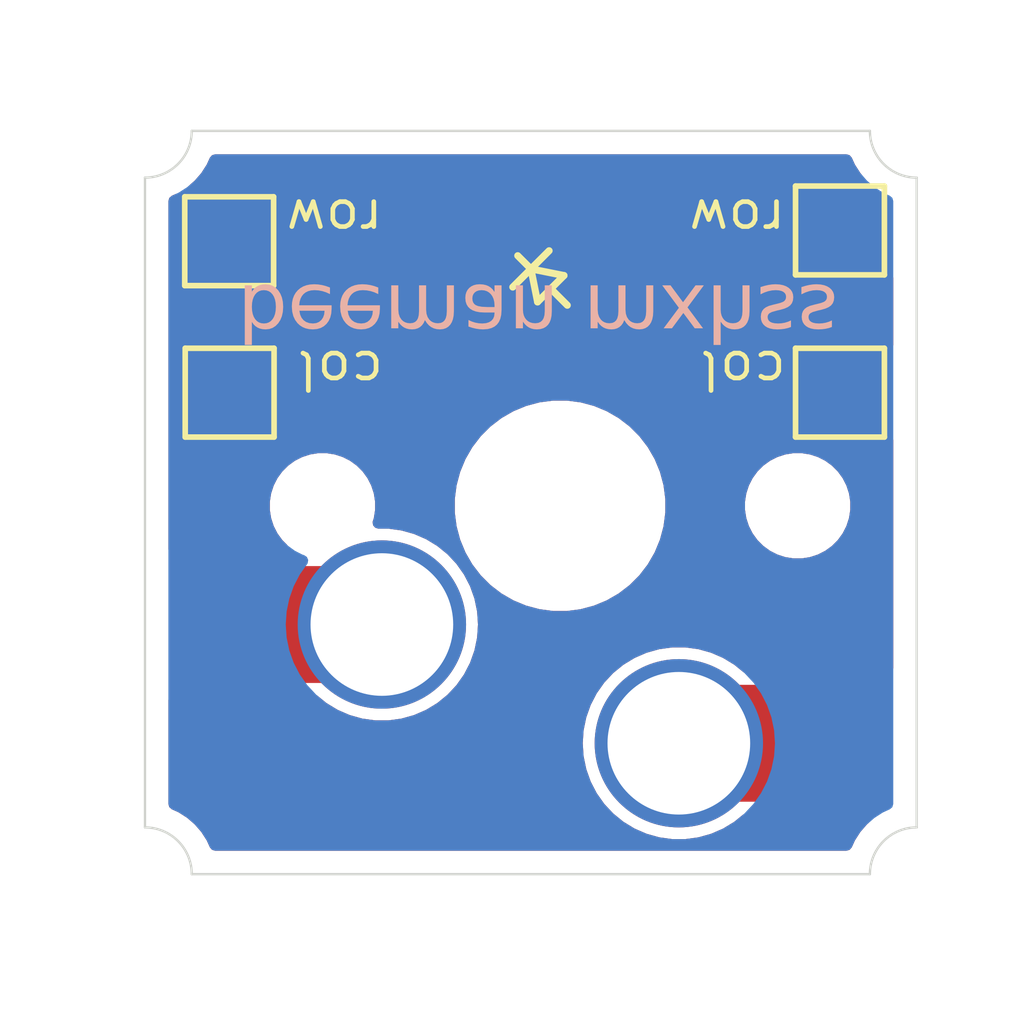
<source format=kicad_pcb>
(kicad_pcb (version 20240108) (generator "pcbnew") (generator_version "8.0")
  (layers (0 "F.Cu" signal) (31 "B.Cu" signal) (34 "B.Paste" user) (35 "F.Paste" user) (36 "B.SilkS" user "B.Silkscreen") (37 "F.SilkS" user "F.Silkscreen") (38 "B.Mask" user) (39 "F.Mask" user) (44 "Edge.Cuts" user))
  (net 0 "")
  (net 1 "Net-(D1-A)")
  (net 2 "col")
  (net 3 "row")
  (footprint "ScottoKeebs_Scotto:MX_Hotswap_1.00u" (layer "F.Cu") (at 115.34 64.23)
    (property "Reference" "S1" (hide yes))
    (property "Value" "Keyswitch")
    (pad "" np_thru_hole circle (at -4.445 -3.81 180) (size 1.75 1.75) (drill 1.75) (layers "F&B.Cu" "*.Mask") (clearance 0.1))
    (pad "" np_thru_hole circle (at 0.635 -3.81 180) (size 4 4) (drill 4) (layers "*.Cu" "*.Mask"))
    (pad "" np_thru_hole circle (at 5.715 -3.81 180) (size 1.75 1.75) (drill 1.75) (layers "*.Cu" "*.Mask"))
    (pad "1" smd roundrect (at -5.95 -1.27 180) (size 3.55 2.5) (layers "F.Cu") (roundrect_rratio 0.1) (net 3 "row"))
    (pad "1" thru_hole circle (at -3.175 -1.27 180) (size 3.6 3.6) (drill 3.05) (layers "*.Cu" "*.Mask") (net 3 "row"))
    (pad "2" thru_hole circle (at 3.175 1.27 180) (size 3.6 3.6) (drill 3.05) (layers "*.Cu" "*.Mask") (net 1 "Net-(D1-A)"))
    (pad "2" smd roundrect (at 5.955 1.27 180) (size 3.55 2.5) (layers "F.Cu") (roundrect_rratio 0.1) (net 1 "Net-(D1-A)"))
  )
  (footprint "TestPoint:TestPoint_Pad_1.5x1.5mm" (layer "F.Cu") (at 121.96 58)
    (property "Reference" "J3" (hide yes))
    (property "Value" "Conn_01x01" (hide yes))
    (fp_line (start -0.95 -0.95) (end 0.95 -0.95) (stroke (width 0.12)) (layer "F.SilkS"))
    (fp_line (start -0.95 0.95) (end -0.95 -0.95) (stroke (width 0.12)) (layer "F.SilkS"))
    (fp_line (start 0.95 -0.95) (end 0.95 0.95) (stroke (width 0.12)) (layer "F.SilkS"))
    (fp_line (start 0.95 0.95) (end -0.95 0.95) (stroke (width 0.12)) (layer "F.SilkS"))
    (pad "1" smd rect (at 0 0) (size 1.5 1.5) (layers "F.Cu" "F.Mask") (net 3 "row"))
  )
  (footprint "ScottoKeebs_Components:Diode_SOD-123" (layer "F.Cu") (at 115.6 55.6 -45)
    (property "Reference" "D1" (hide yes))
    (property "Value" "D")
    (fp_line (start -0.75 0) (end -0.349999 0) (stroke (width 0.15)) (layer "F.SilkS"))
    (fp_line (start -0.349999 0) (end -0.35 0.55) (stroke (width 0.15)) (layer "F.SilkS"))
    (fp_line (start -0.349999 0) (end -0.35 -0.55) (stroke (width 0.15)) (layer "F.SilkS"))
    (fp_line (start -0.349999 0) (end 0.25 -0.4) (stroke (width 0.15)) (layer "F.SilkS"))
    (fp_line (start 0.25 0.4) (end -0.349999 0) (stroke (width 0.15)) (layer "F.SilkS"))
    (fp_line (start 0.25 0) (end 0.75 0) (stroke (width 0.15)) (layer "F.SilkS"))
    (fp_line (start 0.25 -0.4) (end 0.25 0.4) (stroke (width 0.15)) (layer "F.SilkS"))
    (pad "1" smd roundrect (at -1.65 0 315) (size 0.9 1.2) (layers "F.Cu" "F.Paste" "F.Mask") (net 2 "col"))
    (pad "2" smd roundrect (at 1.65 0 315) (size 0.9 1.2) (layers "F.Cu" "F.Paste" "F.Mask") (net 1 "Net-(D1-A)"))
  )
  (footprint "TestPoint:TestPoint_Pad_1.5x1.5mm" (layer "F.Cu") (at 121.96 54.53)
    (property "Reference" "J4" (hide yes))
    (property "Value" "Conn_01x01" (hide yes))
    (fp_line (start -0.95 -0.95) (end 0.95 -0.95) (stroke (width 0.12)) (layer "F.SilkS"))
    (fp_line (start -0.95 0.95) (end -0.95 -0.95) (stroke (width 0.12)) (layer "F.SilkS"))
    (fp_line (start 0.95 -0.95) (end 0.95 0.95) (stroke (width 0.12)) (layer "F.SilkS"))
    (fp_line (start 0.95 0.95) (end -0.95 0.95) (stroke (width 0.12)) (layer "F.SilkS"))
    (pad "1" smd rect (at 0 0) (size 1.5 1.5) (layers "F.Cu" "F.Mask") (net 2 "col"))
  )
  (footprint "TestPoint:TestPoint_Pad_1.5x1.5mm" (layer "F.Cu") (at 108.9 54.76)
    (property "Reference" "J2" (hide yes))
    (property "Value" "Conn_01x01" (hide yes))
    (fp_line (start -0.95 -0.95) (end 0.95 -0.95) (stroke (width 0.12)) (layer "F.SilkS"))
    (fp_line (start -0.95 0.95) (end -0.95 -0.95) (stroke (width 0.12)) (layer "F.SilkS"))
    (fp_line (start 0.95 -0.95) (end 0.95 0.95) (stroke (width 0.12)) (layer "F.SilkS"))
    (fp_line (start 0.95 0.95) (end -0.95 0.95) (stroke (width 0.12)) (layer "F.SilkS"))
    (pad "1" smd rect (at 0 0) (size 1.5 1.5) (layers "F.Cu" "F.Mask") (net 2 "col"))
  )
  (footprint "TestPoint:TestPoint_Pad_1.5x1.5mm" (layer "F.Cu") (at 108.91 58)
    (property "Reference" "J1" (hide yes))
    (property "Value" "Conn_01x01" (hide yes))
    (fp_line (start -0.95 -0.95) (end 0.95 -0.95) (stroke (width 0.12)) (layer "F.SilkS"))
    (fp_line (start -0.95 0.95) (end -0.95 -0.95) (stroke (width 0.12)) (layer "F.SilkS"))
    (fp_line (start 0.95 -0.95) (end 0.95 0.95) (stroke (width 0.12)) (layer "F.SilkS"))
    (fp_line (start 0.95 0.95) (end -0.95 0.95) (stroke (width 0.12)) (layer "F.SilkS"))
    (pad "1" smd rect (at 0 0) (size 1.5 1.5) (layers "F.Cu" "F.Mask") (net 3 "row"))
  )
  (gr_line (start 123.6 67.3) (end 123.6 53.399998) (stroke (width 0.05)) (layer "Edge.Cuts"))
  (gr_line (start 107.1 53.399997) (end 107.1 67.3) (stroke (width 0.05)) (layer "Edge.Cuts"))
  (gr_arc (start 107.1 67.3) (mid 107.807107 67.592893) (end 108.1 68.3) (stroke (width 0.05)) (layer "Edge.Cuts"))
  (gr_line (start 108.1 68.3) (end 122.6 68.3) (stroke (width 0.05)) (layer "Edge.Cuts"))
  (gr_arc (start 122.6 68.3) (mid 122.892893 67.592893) (end 123.6 67.3) (stroke (width 0.05)) (layer "Edge.Cuts"))
  (gr_line (start 122.600003 52.4) (end 108.099998 52.4) (stroke (width 0.05)) (layer "Edge.Cuts"))
  (gr_arc (start 123.6 53.399998) (mid 122.892893 53.107107) (end 122.600003 52.4) (stroke (width 0.05)) (layer "Edge.Cuts"))
  (gr_arc (start 108.099998 52.4) (mid 107.807107 53.107107) (end 107.1 53.399997) (stroke (width 0.05)) (layer "Edge.Cuts"))
  (gr_text "beeman mxhss" (at 115.5 55.5 180) (layer "B.SilkS") (effects (font (size 1.2 1.2) (thickness 0.1)) (justify bottom mirror)))
  (gr_text "col" (at 120.86858 57.05 180) (layer "F.SilkS") (effects (font (size 0.8 0.8) (thickness 0.1)) (justify left bottom)))
  (gr_text "row" (at 120.85858 53.81 180) (layer "F.SilkS") (effects (font (size 0.8 0.8) (thickness 0.1)) (justify left bottom)))
  (gr_text "row" (at 112.248578 53.81 180) (layer "F.SilkS") (effects (font (size 0.8 0.8) (thickness 0.1)) (justify left bottom)))
  (gr_text "col" (at 112.25858 57.049999 180) (layer "F.SilkS") (effects (font (size 0.8 0.8) (thickness 0.1)) (justify left bottom)))
  (segment (start 119.1 61.2) (end 121.295 63.395) (width 0.2) (layer "F.Cu") (net 1))
  (segment (start 116.766726 56.766726) (end 117.216726 56.766726) (width 0.2) (layer "F.Cu") (net 1))
  (segment (start 121.295 63.395) (end 121.295 65.5) (width 0.2) (layer "F.Cu") (net 1))
  (segment (start 117.216726 56.766726) (end 119.1 58.65) (width 0.2) (layer "F.Cu") (net 1))
  (segment (start 119.1 58.65) (end 119.1 61.2) (width 0.2) (layer "F.Cu") (net 1))
  (segment (start 121.78 54.71) (end 121.96 54.53) (width 0.2) (layer "F.Cu") (net 2))
  (segment (start 121.73 54.76) (end 121.96 54.53) (width 0.2) (layer "F.Cu") (net 2))
  (segment (start 114.106548 54.76) (end 114.433274 54.433274) (width 0.2) (layer "F.Cu") (net 2))
  (segment (start 114.433274 54.433274) (end 114.9 54.9) (width 0.2) (layer "F.Cu") (net 2))
  (segment (start 114.9 54.9) (end 121.59 54.9) (width 0.2) (layer "F.Cu") (net 2))
  (segment (start 121.59 54.9) (end 121.96 54.53) (width 0.2) (layer "F.Cu") (net 2))
  (segment (start 108.9 54.76) (end 114.106548 54.76) (width 0.2) (layer "F.Cu") (net 2))
  (segment (start 116.3 55.7) (end 120.6 55.7) (width 0.2) (layer "F.Cu") (net 3))
  (segment (start 120.6 55.7) (end 121.96 57.06) (width 0.2) (layer "F.Cu") (net 3))
  (segment (start 121.96 57.06) (end 121.96 58) (width 0.2) (layer "F.Cu") (net 3))
  (segment (start 108.91 58) (end 109.11 58.2) (width 0.2) (layer "F.Cu") (net 3))
  (segment (start 108.91 58) (end 108.91 62.48) (width 0.2) (layer "F.Cu") (net 3))
  (segment (start 108.91 62.48) (end 109.39 62.96) (width 0.2) (layer "F.Cu") (net 3))
  (segment (start 109.11 58.2) (end 113.8 58.2) (width 0.2) (layer "F.Cu") (net 3))
  (segment (start 113.8 58.2) (end 116.3 55.7) (width 0.2) (layer "F.Cu") (net 3))
  (zone (net 0) (net_name "") (layers "F&B.Cu") (connect_pads (clearance 0.25)) (min_thickness 0.25) (fill yes (thermal_gap 0.5) (thermal_bridge_width 0.5) (island_removal_mode 1) (island_area_min 10))
    (polygon (pts (xy 105.1 49.6) (xy 125.9 49.6) (xy 125.5 71.3) (xy 104 71.1)))
  )
)
</source>
